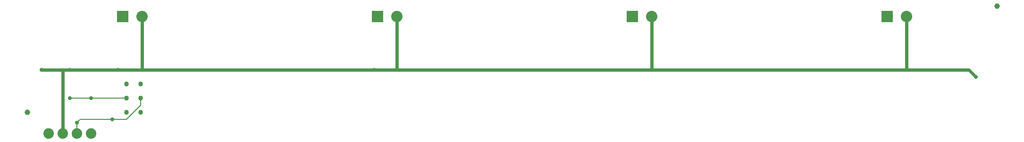
<source format=gbl>
G04 EAGLE Gerber RS-274X export*
G75*
%MOMM*%
%FSLAX34Y34*%
%LPD*%
%INBottom Copper*%
%IPPOS*%
%AMOC8*
5,1,8,0,0,1.08239X$1,22.5*%
G01*
%ADD10C,1.000000*%
%ADD11C,1.879600*%
%ADD12C,0.863600*%
%ADD13R,2.032000X2.032000*%
%ADD14C,2.032000*%
%ADD15C,0.736600*%
%ADD16C,0.203200*%
%ADD17C,0.609600*%


D10*
X1790700Y241300D03*
X50800Y50800D03*
D11*
X165100Y12700D03*
X139700Y12700D03*
X114300Y12700D03*
X88900Y12700D03*
D12*
X228600Y50800D03*
X254000Y50800D03*
X228600Y76200D03*
X254000Y76200D03*
X228600Y101600D03*
X254000Y101600D03*
D13*
X1136650Y222250D03*
D14*
X1171650Y222250D03*
D13*
X1593850Y222250D03*
D14*
X1628850Y222250D03*
D13*
X679450Y222250D03*
D14*
X714450Y222250D03*
D13*
X222250Y222250D03*
D14*
X257250Y222250D03*
D15*
X203200Y38100D03*
D16*
X146050Y38100D01*
X139700Y31750D02*
X139700Y12700D01*
X139700Y31750D02*
X146050Y38100D01*
X254000Y63500D02*
X254000Y76200D01*
X254000Y63500D02*
X228600Y38100D01*
X203200Y38100D01*
D15*
X139700Y31750D03*
D16*
X165100Y76200D02*
X228600Y76200D01*
D15*
X165100Y76200D03*
X127000Y76200D03*
D16*
X165100Y76200D01*
D15*
X76200Y127000D03*
D17*
X114300Y127000D01*
X127000Y127000D01*
X213300Y127000D01*
X257810Y127000D01*
X673100Y127000D01*
X716280Y127000D01*
X1171650Y127000D01*
X1628140Y127000D01*
X1739900Y127000D01*
X1752600Y114300D01*
D15*
X1752600Y114300D03*
D17*
X1171650Y127000D02*
X1171650Y222250D01*
X1628850Y222250D02*
X1628850Y127710D01*
X1628140Y127000D01*
X714450Y128830D02*
X714450Y222250D01*
X714450Y128830D02*
X716280Y127000D01*
X257250Y127560D02*
X257250Y222250D01*
X257250Y127560D02*
X257810Y127000D01*
D15*
X213300Y127000D03*
X673100Y127000D03*
X127000Y127000D03*
D17*
X114300Y127000D02*
X114300Y12700D01*
M02*

</source>
